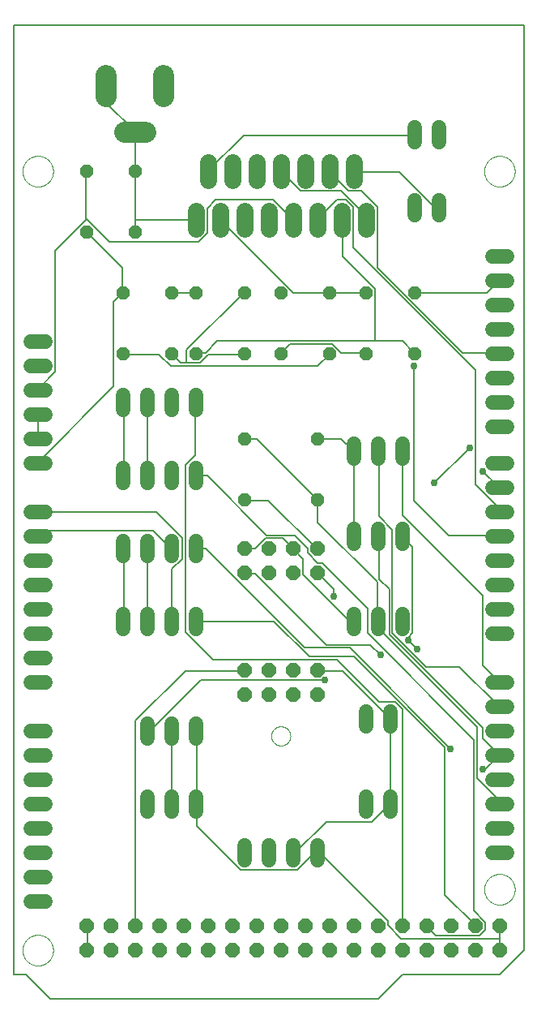
<source format=gtl>
G75*
%MOIN*%
%OFA0B0*%
%FSLAX25Y25*%
%IPPOS*%
%LPD*%
%AMOC8*
5,1,8,0,0,1.08239X$1,22.5*
%
%ADD10C,0.00600*%
%ADD11OC8,0.05200*%
%ADD12C,0.07087*%
%ADD13C,0.06000*%
%ADD14OC8,0.06000*%
%ADD15C,0.00000*%
%ADD16C,0.08600*%
%ADD17C,0.02978*%
D10*
X0005000Y0011300D02*
X0005000Y0401300D01*
X0215000Y0401300D01*
X0215000Y0021300D01*
X0205000Y0011300D01*
X0165000Y0011300D01*
X0155000Y0001300D01*
X0020000Y0001300D01*
X0010000Y0011300D01*
X0005000Y0011300D01*
X0035000Y0021300D02*
X0035400Y0021300D01*
X0035400Y0030900D01*
X0035000Y0031300D01*
X0055000Y0031300D02*
X0055200Y0031500D01*
X0055200Y0115500D01*
X0075600Y0135900D01*
X0099600Y0135900D01*
X0100000Y0136300D01*
X0112200Y0156300D02*
X0126600Y0141900D01*
X0145200Y0141900D01*
X0182400Y0104700D01*
X0182400Y0044100D01*
X0195000Y0031500D01*
X0195000Y0031300D01*
X0196800Y0027300D02*
X0178800Y0027300D01*
X0175200Y0030900D01*
X0175000Y0031300D01*
X0165000Y0031300D02*
X0165000Y0120300D01*
X0162000Y0123300D01*
X0155400Y0123300D01*
X0138000Y0140700D01*
X0087000Y0140700D01*
X0075600Y0152100D01*
X0075600Y0220500D01*
X0079800Y0224700D01*
X0079800Y0246300D01*
X0080000Y0246300D01*
X0081600Y0262500D02*
X0076200Y0262500D01*
X0076200Y0267900D01*
X0099600Y0291300D01*
X0100000Y0291300D01*
X0088800Y0271500D02*
X0153600Y0271500D01*
X0153600Y0293100D01*
X0140400Y0306300D01*
X0140400Y0321300D01*
X0140000Y0321300D01*
X0144600Y0326700D02*
X0141600Y0329700D01*
X0138000Y0329700D01*
X0129600Y0321300D01*
X0130000Y0321300D01*
X0123000Y0333300D02*
X0115000Y0341300D01*
X0123000Y0333300D02*
X0139800Y0333300D01*
X0150000Y0323100D01*
X0150000Y0321300D01*
X0154800Y0326700D02*
X0148200Y0333300D01*
X0142800Y0333300D01*
X0135000Y0341100D01*
X0135000Y0341300D01*
X0144600Y0326700D02*
X0144600Y0309900D01*
X0195000Y0259500D01*
X0195000Y0212700D01*
X0204600Y0203100D01*
X0204600Y0201300D01*
X0205000Y0201300D01*
X0204600Y0191700D02*
X0205000Y0191300D01*
X0204600Y0191700D02*
X0184200Y0191700D01*
X0169800Y0206100D01*
X0169800Y0261300D01*
X0170000Y0266300D02*
X0169800Y0266700D01*
X0165000Y0271500D01*
X0153600Y0271500D01*
X0150000Y0266700D02*
X0150000Y0266300D01*
X0150000Y0266700D02*
X0139800Y0266700D01*
X0136200Y0270300D01*
X0118800Y0270300D01*
X0115200Y0266700D01*
X0115000Y0266300D01*
X0120000Y0291300D02*
X0135000Y0291300D01*
X0150000Y0291300D01*
X0154800Y0301500D02*
X0154800Y0326700D01*
X0163800Y0341100D02*
X0145200Y0341100D01*
X0145000Y0341300D01*
X0163800Y0341100D02*
X0178200Y0326700D01*
X0180000Y0326700D01*
X0180000Y0326300D01*
X0169800Y0356100D02*
X0170000Y0356300D01*
X0169800Y0356100D02*
X0099600Y0356100D01*
X0085200Y0341700D01*
X0085000Y0341300D01*
X0088200Y0329700D02*
X0084600Y0326100D01*
X0084600Y0315900D01*
X0081000Y0312300D01*
X0044400Y0312300D01*
X0034800Y0321900D01*
X0034800Y0341100D01*
X0035000Y0341300D01*
X0034800Y0321900D02*
X0034800Y0321300D01*
X0022200Y0308700D01*
X0022200Y0258900D01*
X0015000Y0251700D01*
X0015000Y0251300D01*
X0015000Y0241300D02*
X0015000Y0231300D01*
X0015000Y0221700D02*
X0015000Y0221300D01*
X0015000Y0221700D02*
X0046200Y0252900D01*
X0046200Y0287700D01*
X0049800Y0291300D01*
X0050000Y0291300D01*
X0049800Y0291300D02*
X0049800Y0301500D01*
X0035000Y0316300D01*
X0055000Y0316300D02*
X0055200Y0316500D01*
X0055200Y0321300D01*
X0080000Y0321300D01*
X0088200Y0329700D02*
X0111600Y0329700D01*
X0120000Y0321300D01*
X0120000Y0291300D02*
X0090000Y0321300D01*
X0080000Y0291300D02*
X0070000Y0291300D01*
X0070000Y0266300D02*
X0073800Y0262500D01*
X0076200Y0262500D01*
X0080000Y0266300D02*
X0080400Y0266700D01*
X0084000Y0266700D01*
X0088800Y0271500D01*
X0085200Y0266100D02*
X0081600Y0262500D01*
X0085200Y0266100D02*
X0099600Y0266100D01*
X0100000Y0266300D01*
X0100000Y0231300D02*
X0105000Y0231300D01*
X0130000Y0206300D01*
X0130200Y0206100D01*
X0130200Y0197100D01*
X0154800Y0172500D01*
X0154800Y0156300D01*
X0155000Y0156300D01*
X0155400Y0156300D01*
X0155400Y0153300D01*
X0195600Y0113100D01*
X0195600Y0092100D01*
X0204600Y0083100D01*
X0204600Y0081300D01*
X0205000Y0081300D01*
X0199200Y0095700D02*
X0198000Y0095700D01*
X0199200Y0095700D02*
X0204600Y0101100D01*
X0205000Y0101300D01*
X0198000Y0108300D01*
X0198000Y0112500D01*
X0159600Y0150900D01*
X0159600Y0169500D01*
X0155400Y0173700D01*
X0155400Y0191100D01*
X0155000Y0191300D01*
X0160800Y0194100D02*
X0155400Y0199500D01*
X0155400Y0225900D01*
X0155000Y0226300D01*
X0145200Y0225900D02*
X0145000Y0226300D01*
X0144600Y0226500D01*
X0139800Y0231300D01*
X0130000Y0231300D01*
X0145200Y0225900D02*
X0145200Y0191700D01*
X0145000Y0191300D01*
X0132000Y0180300D02*
X0150600Y0161700D01*
X0150600Y0151500D01*
X0194400Y0107700D01*
X0194400Y0037500D01*
X0199200Y0032700D01*
X0199200Y0029700D01*
X0196800Y0027300D01*
X0205200Y0026100D02*
X0205200Y0021300D01*
X0205000Y0021300D01*
X0205200Y0026100D02*
X0164400Y0026100D01*
X0159000Y0031500D01*
X0159000Y0033300D01*
X0131400Y0060900D01*
X0130200Y0060900D01*
X0130000Y0061300D01*
X0129600Y0060900D01*
X0128400Y0060900D01*
X0121800Y0054300D01*
X0098400Y0054300D01*
X0080400Y0072300D01*
X0080400Y0081300D01*
X0080000Y0081300D01*
X0080400Y0081300D02*
X0080400Y0111300D01*
X0080000Y0111300D01*
X0070200Y0111300D02*
X0070000Y0111300D01*
X0070200Y0111300D02*
X0070200Y0081300D01*
X0070000Y0081300D01*
X0061200Y0111300D02*
X0060000Y0111300D01*
X0061200Y0111300D02*
X0082200Y0132300D01*
X0133200Y0132300D01*
X0130200Y0135900D02*
X0130000Y0136300D01*
X0130200Y0135900D02*
X0140400Y0135900D01*
X0160000Y0116300D01*
X0160200Y0116100D01*
X0160200Y0081300D01*
X0160000Y0081300D01*
X0159600Y0081300D01*
X0152400Y0074100D01*
X0133800Y0074100D01*
X0121200Y0061500D01*
X0120000Y0061500D01*
X0120000Y0061300D01*
X0184800Y0104100D02*
X0143400Y0145500D01*
X0124800Y0145500D01*
X0084000Y0186300D01*
X0080000Y0186300D01*
X0074400Y0190500D02*
X0074400Y0182100D01*
X0070200Y0177900D01*
X0070200Y0156300D01*
X0070000Y0156300D01*
X0080000Y0156300D02*
X0112200Y0156300D01*
X0104400Y0176100D02*
X0100200Y0176100D01*
X0100000Y0176300D01*
X0104400Y0176100D02*
X0133800Y0146700D01*
X0151800Y0146700D01*
X0156000Y0142500D01*
X0160800Y0151500D02*
X0174600Y0137700D01*
X0188400Y0137700D01*
X0204600Y0121500D01*
X0205000Y0121300D01*
X0205000Y0131300D02*
X0198000Y0138300D01*
X0198000Y0167100D01*
X0165000Y0200100D01*
X0165000Y0226300D01*
X0178200Y0213300D02*
X0192600Y0227700D01*
X0198000Y0218100D02*
X0204600Y0211500D01*
X0205000Y0211300D01*
X0205000Y0266300D02*
X0204600Y0266700D01*
X0189600Y0266700D01*
X0154800Y0301500D01*
X0170000Y0291300D02*
X0199800Y0291300D01*
X0204600Y0296100D01*
X0205000Y0296300D01*
X0160800Y0194100D02*
X0160800Y0151500D01*
X0167400Y0149700D02*
X0169200Y0151500D01*
X0169200Y0186900D01*
X0165000Y0191100D01*
X0165000Y0191300D01*
X0145000Y0156300D02*
X0143400Y0156300D01*
X0124200Y0175500D01*
X0124200Y0182100D01*
X0120000Y0186300D01*
X0115800Y0190500D01*
X0108600Y0190500D01*
X0104400Y0186300D01*
X0100000Y0186300D01*
X0109200Y0191700D02*
X0120600Y0191700D01*
X0126000Y0186300D01*
X0126000Y0184500D01*
X0130200Y0180300D01*
X0132000Y0180300D01*
X0130000Y0176300D02*
X0136800Y0169500D01*
X0136800Y0166500D01*
X0130000Y0186300D02*
X0129600Y0186300D01*
X0109800Y0206100D01*
X0100200Y0206100D01*
X0100000Y0206300D01*
X0109200Y0191700D02*
X0084600Y0216300D01*
X0080000Y0216300D01*
X0063600Y0201300D02*
X0074400Y0190500D01*
X0070000Y0186300D02*
X0069600Y0186300D01*
X0062400Y0193500D01*
X0016800Y0193500D01*
X0015000Y0191700D01*
X0015000Y0191300D01*
X0015000Y0201300D02*
X0063600Y0201300D01*
X0060000Y0186300D02*
X0060000Y0156300D01*
X0050400Y0156300D02*
X0050000Y0156300D01*
X0050400Y0156300D02*
X0050400Y0186300D01*
X0050000Y0186300D01*
X0050000Y0216300D02*
X0050400Y0216300D01*
X0050400Y0246300D01*
X0050000Y0246300D01*
X0060000Y0246300D02*
X0060000Y0216300D01*
X0069600Y0261300D02*
X0130200Y0261300D01*
X0135000Y0266100D01*
X0135000Y0266300D01*
X0167400Y0149700D02*
X0167400Y0148500D01*
X0171000Y0144900D01*
X0205000Y0031300D02*
X0205200Y0030900D01*
X0205200Y0026100D01*
X0069600Y0261300D02*
X0064800Y0266100D01*
X0050400Y0266100D01*
X0050000Y0266300D01*
X0055200Y0321300D02*
X0055200Y0341100D01*
X0055000Y0341300D01*
X0055200Y0341700D01*
X0055200Y0357300D01*
X0055000Y0357402D01*
X0054600Y0357900D01*
X0043200Y0369300D01*
X0043200Y0375900D01*
X0043189Y0376300D01*
D11*
X0035000Y0341300D03*
X0035000Y0316300D03*
X0050000Y0291300D03*
X0050000Y0266300D03*
X0070000Y0266300D03*
X0080000Y0266300D03*
X0080000Y0291300D03*
X0070000Y0291300D03*
X0055000Y0316300D03*
X0055000Y0341300D03*
X0100000Y0291300D03*
X0100000Y0266300D03*
X0115000Y0266300D03*
X0115000Y0291300D03*
X0135000Y0291300D03*
X0135000Y0266300D03*
X0150000Y0266300D03*
X0150000Y0291300D03*
X0170000Y0291300D03*
X0170000Y0266300D03*
X0130000Y0231300D03*
X0130000Y0206300D03*
X0100000Y0206300D03*
X0100000Y0231300D03*
D12*
X0100000Y0317757D02*
X0100000Y0324843D01*
X0110000Y0324843D02*
X0110000Y0317757D01*
X0120000Y0317757D02*
X0120000Y0324843D01*
X0115000Y0337757D02*
X0115000Y0344843D01*
X0125000Y0344843D02*
X0125000Y0337757D01*
X0130000Y0324843D02*
X0130000Y0317757D01*
X0140000Y0317757D02*
X0140000Y0324843D01*
X0135000Y0337757D02*
X0135000Y0344843D01*
X0145000Y0344843D02*
X0145000Y0337757D01*
X0150000Y0324843D02*
X0150000Y0317757D01*
X0105000Y0337757D02*
X0105000Y0344843D01*
X0095000Y0344843D02*
X0095000Y0337757D01*
X0085000Y0337757D02*
X0085000Y0344843D01*
X0080000Y0324843D02*
X0080000Y0317757D01*
X0090000Y0317757D02*
X0090000Y0324843D01*
D13*
X0080000Y0249300D02*
X0080000Y0243300D01*
X0070000Y0243300D02*
X0070000Y0249300D01*
X0060000Y0249300D02*
X0060000Y0243300D01*
X0050000Y0243300D02*
X0050000Y0249300D01*
X0050000Y0219300D02*
X0050000Y0213300D01*
X0060000Y0213300D02*
X0060000Y0219300D01*
X0070000Y0219300D02*
X0070000Y0213300D01*
X0080000Y0213300D02*
X0080000Y0219300D01*
X0080000Y0189300D02*
X0080000Y0183300D01*
X0070000Y0183300D02*
X0070000Y0189300D01*
X0060000Y0189300D02*
X0060000Y0183300D01*
X0050000Y0183300D02*
X0050000Y0189300D01*
X0050000Y0159300D02*
X0050000Y0153300D01*
X0060000Y0153300D02*
X0060000Y0159300D01*
X0070000Y0159300D02*
X0070000Y0153300D01*
X0080000Y0153300D02*
X0080000Y0159300D01*
X0080000Y0114300D02*
X0080000Y0108300D01*
X0070000Y0108300D02*
X0070000Y0114300D01*
X0060000Y0114300D02*
X0060000Y0108300D01*
X0060000Y0084300D02*
X0060000Y0078300D01*
X0070000Y0078300D02*
X0070000Y0084300D01*
X0080000Y0084300D02*
X0080000Y0078300D01*
X0100000Y0064300D02*
X0100000Y0058300D01*
X0110000Y0058300D02*
X0110000Y0064300D01*
X0120000Y0064300D02*
X0120000Y0058300D01*
X0130000Y0058300D02*
X0130000Y0064300D01*
X0150000Y0078300D02*
X0150000Y0084300D01*
X0160000Y0084300D02*
X0160000Y0078300D01*
X0160000Y0113300D02*
X0160000Y0119300D01*
X0150000Y0119300D02*
X0150000Y0113300D01*
X0145000Y0153300D02*
X0145000Y0159300D01*
X0155000Y0159300D02*
X0155000Y0153300D01*
X0165000Y0153300D02*
X0165000Y0159300D01*
X0165000Y0188300D02*
X0165000Y0194300D01*
X0155000Y0194300D02*
X0155000Y0188300D01*
X0145000Y0188300D02*
X0145000Y0194300D01*
X0145000Y0223300D02*
X0145000Y0229300D01*
X0155000Y0229300D02*
X0155000Y0223300D01*
X0165000Y0223300D02*
X0165000Y0229300D01*
X0202000Y0236300D02*
X0208000Y0236300D01*
X0208000Y0246300D02*
X0202000Y0246300D01*
X0202000Y0256300D02*
X0208000Y0256300D01*
X0208000Y0266300D02*
X0202000Y0266300D01*
X0202000Y0276300D02*
X0208000Y0276300D01*
X0208000Y0286300D02*
X0202000Y0286300D01*
X0202000Y0296300D02*
X0208000Y0296300D01*
X0208000Y0306300D02*
X0202000Y0306300D01*
X0180000Y0323300D02*
X0180000Y0329300D01*
X0170000Y0329300D02*
X0170000Y0323300D01*
X0170000Y0353300D02*
X0170000Y0359300D01*
X0180000Y0359300D02*
X0180000Y0353300D01*
X0202000Y0221300D02*
X0208000Y0221300D01*
X0208000Y0211300D02*
X0202000Y0211300D01*
X0202000Y0201300D02*
X0208000Y0201300D01*
X0208000Y0191300D02*
X0202000Y0191300D01*
X0202000Y0181300D02*
X0208000Y0181300D01*
X0208000Y0171300D02*
X0202000Y0171300D01*
X0202000Y0161300D02*
X0208000Y0161300D01*
X0208000Y0151300D02*
X0202000Y0151300D01*
X0202000Y0131300D02*
X0208000Y0131300D01*
X0208000Y0121300D02*
X0202000Y0121300D01*
X0202000Y0111300D02*
X0208000Y0111300D01*
X0208000Y0101300D02*
X0202000Y0101300D01*
X0202000Y0091300D02*
X0208000Y0091300D01*
X0208000Y0081300D02*
X0202000Y0081300D01*
X0202000Y0071300D02*
X0208000Y0071300D01*
X0208000Y0061300D02*
X0202000Y0061300D01*
X0018000Y0061300D02*
X0012000Y0061300D01*
X0012000Y0071300D02*
X0018000Y0071300D01*
X0018000Y0081300D02*
X0012000Y0081300D01*
X0012000Y0091300D02*
X0018000Y0091300D01*
X0018000Y0101300D02*
X0012000Y0101300D01*
X0012000Y0111300D02*
X0018000Y0111300D01*
X0018000Y0131300D02*
X0012000Y0131300D01*
X0012000Y0141300D02*
X0018000Y0141300D01*
X0018000Y0151300D02*
X0012000Y0151300D01*
X0012000Y0161300D02*
X0018000Y0161300D01*
X0018000Y0171300D02*
X0012000Y0171300D01*
X0012000Y0181300D02*
X0018000Y0181300D01*
X0018000Y0191300D02*
X0012000Y0191300D01*
X0012000Y0201300D02*
X0018000Y0201300D01*
X0018000Y0221300D02*
X0012000Y0221300D01*
X0012000Y0231300D02*
X0018000Y0231300D01*
X0018000Y0241300D02*
X0012000Y0241300D01*
X0012000Y0251300D02*
X0018000Y0251300D01*
X0018000Y0261300D02*
X0012000Y0261300D01*
X0012000Y0271300D02*
X0018000Y0271300D01*
X0018000Y0051300D02*
X0012000Y0051300D01*
X0012000Y0041300D02*
X0018000Y0041300D01*
D14*
X0035000Y0031300D03*
X0035000Y0021300D03*
X0045000Y0021300D03*
X0045000Y0031300D03*
X0055000Y0031300D03*
X0055000Y0021300D03*
X0065000Y0021300D03*
X0065000Y0031300D03*
X0075000Y0031300D03*
X0075000Y0021300D03*
X0085000Y0021300D03*
X0085000Y0031300D03*
X0095000Y0031300D03*
X0095000Y0021300D03*
X0105000Y0021300D03*
X0105000Y0031300D03*
X0115000Y0031300D03*
X0115000Y0021300D03*
X0125000Y0021300D03*
X0125000Y0031300D03*
X0135000Y0031300D03*
X0135000Y0021300D03*
X0145000Y0021300D03*
X0145000Y0031300D03*
X0155000Y0031300D03*
X0155000Y0021300D03*
X0165000Y0021300D03*
X0165000Y0031300D03*
X0175000Y0031300D03*
X0175000Y0021300D03*
X0185000Y0021300D03*
X0185000Y0031300D03*
X0195000Y0031300D03*
X0195000Y0021300D03*
X0205000Y0021300D03*
X0205000Y0031300D03*
X0130000Y0126300D03*
X0130000Y0136300D03*
X0120000Y0136300D03*
X0120000Y0126300D03*
X0110000Y0126300D03*
X0110000Y0136300D03*
X0100000Y0136300D03*
X0100000Y0126300D03*
X0100000Y0176300D03*
X0100000Y0186300D03*
X0110000Y0186300D03*
X0110000Y0176300D03*
X0120000Y0176300D03*
X0120000Y0186300D03*
X0130000Y0186300D03*
X0130000Y0176300D03*
D15*
X0111063Y0109300D02*
X0111065Y0109425D01*
X0111071Y0109550D01*
X0111081Y0109674D01*
X0111095Y0109798D01*
X0111112Y0109922D01*
X0111134Y0110045D01*
X0111160Y0110167D01*
X0111189Y0110289D01*
X0111222Y0110409D01*
X0111260Y0110528D01*
X0111300Y0110647D01*
X0111345Y0110763D01*
X0111393Y0110878D01*
X0111445Y0110992D01*
X0111501Y0111104D01*
X0111560Y0111214D01*
X0111622Y0111322D01*
X0111688Y0111429D01*
X0111757Y0111533D01*
X0111830Y0111634D01*
X0111905Y0111734D01*
X0111984Y0111831D01*
X0112066Y0111925D01*
X0112151Y0112017D01*
X0112238Y0112106D01*
X0112329Y0112192D01*
X0112422Y0112275D01*
X0112518Y0112356D01*
X0112616Y0112433D01*
X0112716Y0112507D01*
X0112819Y0112578D01*
X0112924Y0112645D01*
X0113032Y0112710D01*
X0113141Y0112770D01*
X0113252Y0112828D01*
X0113365Y0112881D01*
X0113479Y0112931D01*
X0113595Y0112978D01*
X0113712Y0113020D01*
X0113831Y0113059D01*
X0113951Y0113095D01*
X0114072Y0113126D01*
X0114194Y0113154D01*
X0114316Y0113177D01*
X0114440Y0113197D01*
X0114564Y0113213D01*
X0114688Y0113225D01*
X0114813Y0113233D01*
X0114938Y0113237D01*
X0115062Y0113237D01*
X0115187Y0113233D01*
X0115312Y0113225D01*
X0115436Y0113213D01*
X0115560Y0113197D01*
X0115684Y0113177D01*
X0115806Y0113154D01*
X0115928Y0113126D01*
X0116049Y0113095D01*
X0116169Y0113059D01*
X0116288Y0113020D01*
X0116405Y0112978D01*
X0116521Y0112931D01*
X0116635Y0112881D01*
X0116748Y0112828D01*
X0116859Y0112770D01*
X0116969Y0112710D01*
X0117076Y0112645D01*
X0117181Y0112578D01*
X0117284Y0112507D01*
X0117384Y0112433D01*
X0117482Y0112356D01*
X0117578Y0112275D01*
X0117671Y0112192D01*
X0117762Y0112106D01*
X0117849Y0112017D01*
X0117934Y0111925D01*
X0118016Y0111831D01*
X0118095Y0111734D01*
X0118170Y0111634D01*
X0118243Y0111533D01*
X0118312Y0111429D01*
X0118378Y0111322D01*
X0118440Y0111214D01*
X0118499Y0111104D01*
X0118555Y0110992D01*
X0118607Y0110878D01*
X0118655Y0110763D01*
X0118700Y0110647D01*
X0118740Y0110528D01*
X0118778Y0110409D01*
X0118811Y0110289D01*
X0118840Y0110167D01*
X0118866Y0110045D01*
X0118888Y0109922D01*
X0118905Y0109798D01*
X0118919Y0109674D01*
X0118929Y0109550D01*
X0118935Y0109425D01*
X0118937Y0109300D01*
X0118935Y0109175D01*
X0118929Y0109050D01*
X0118919Y0108926D01*
X0118905Y0108802D01*
X0118888Y0108678D01*
X0118866Y0108555D01*
X0118840Y0108433D01*
X0118811Y0108311D01*
X0118778Y0108191D01*
X0118740Y0108072D01*
X0118700Y0107953D01*
X0118655Y0107837D01*
X0118607Y0107722D01*
X0118555Y0107608D01*
X0118499Y0107496D01*
X0118440Y0107386D01*
X0118378Y0107278D01*
X0118312Y0107171D01*
X0118243Y0107067D01*
X0118170Y0106966D01*
X0118095Y0106866D01*
X0118016Y0106769D01*
X0117934Y0106675D01*
X0117849Y0106583D01*
X0117762Y0106494D01*
X0117671Y0106408D01*
X0117578Y0106325D01*
X0117482Y0106244D01*
X0117384Y0106167D01*
X0117284Y0106093D01*
X0117181Y0106022D01*
X0117076Y0105955D01*
X0116968Y0105890D01*
X0116859Y0105830D01*
X0116748Y0105772D01*
X0116635Y0105719D01*
X0116521Y0105669D01*
X0116405Y0105622D01*
X0116288Y0105580D01*
X0116169Y0105541D01*
X0116049Y0105505D01*
X0115928Y0105474D01*
X0115806Y0105446D01*
X0115684Y0105423D01*
X0115560Y0105403D01*
X0115436Y0105387D01*
X0115312Y0105375D01*
X0115187Y0105367D01*
X0115062Y0105363D01*
X0114938Y0105363D01*
X0114813Y0105367D01*
X0114688Y0105375D01*
X0114564Y0105387D01*
X0114440Y0105403D01*
X0114316Y0105423D01*
X0114194Y0105446D01*
X0114072Y0105474D01*
X0113951Y0105505D01*
X0113831Y0105541D01*
X0113712Y0105580D01*
X0113595Y0105622D01*
X0113479Y0105669D01*
X0113365Y0105719D01*
X0113252Y0105772D01*
X0113141Y0105830D01*
X0113031Y0105890D01*
X0112924Y0105955D01*
X0112819Y0106022D01*
X0112716Y0106093D01*
X0112616Y0106167D01*
X0112518Y0106244D01*
X0112422Y0106325D01*
X0112329Y0106408D01*
X0112238Y0106494D01*
X0112151Y0106583D01*
X0112066Y0106675D01*
X0111984Y0106769D01*
X0111905Y0106866D01*
X0111830Y0106966D01*
X0111757Y0107067D01*
X0111688Y0107171D01*
X0111622Y0107278D01*
X0111560Y0107386D01*
X0111501Y0107496D01*
X0111445Y0107608D01*
X0111393Y0107722D01*
X0111345Y0107837D01*
X0111300Y0107953D01*
X0111260Y0108072D01*
X0111222Y0108191D01*
X0111189Y0108311D01*
X0111160Y0108433D01*
X0111134Y0108555D01*
X0111112Y0108678D01*
X0111095Y0108802D01*
X0111081Y0108926D01*
X0111071Y0109050D01*
X0111065Y0109175D01*
X0111063Y0109300D01*
X0198701Y0046300D02*
X0198703Y0046458D01*
X0198709Y0046616D01*
X0198719Y0046774D01*
X0198733Y0046932D01*
X0198751Y0047089D01*
X0198772Y0047246D01*
X0198798Y0047402D01*
X0198828Y0047558D01*
X0198861Y0047713D01*
X0198899Y0047866D01*
X0198940Y0048019D01*
X0198985Y0048171D01*
X0199034Y0048322D01*
X0199087Y0048471D01*
X0199143Y0048619D01*
X0199203Y0048765D01*
X0199267Y0048910D01*
X0199335Y0049053D01*
X0199406Y0049195D01*
X0199480Y0049335D01*
X0199558Y0049472D01*
X0199640Y0049608D01*
X0199724Y0049742D01*
X0199813Y0049873D01*
X0199904Y0050002D01*
X0199999Y0050129D01*
X0200096Y0050254D01*
X0200197Y0050376D01*
X0200301Y0050495D01*
X0200408Y0050612D01*
X0200518Y0050726D01*
X0200631Y0050837D01*
X0200746Y0050946D01*
X0200864Y0051051D01*
X0200985Y0051153D01*
X0201108Y0051253D01*
X0201234Y0051349D01*
X0201362Y0051442D01*
X0201492Y0051532D01*
X0201625Y0051618D01*
X0201760Y0051702D01*
X0201896Y0051781D01*
X0202035Y0051858D01*
X0202176Y0051930D01*
X0202318Y0052000D01*
X0202462Y0052065D01*
X0202608Y0052127D01*
X0202755Y0052185D01*
X0202904Y0052240D01*
X0203054Y0052291D01*
X0203205Y0052338D01*
X0203357Y0052381D01*
X0203510Y0052420D01*
X0203665Y0052456D01*
X0203820Y0052487D01*
X0203976Y0052515D01*
X0204132Y0052539D01*
X0204289Y0052559D01*
X0204447Y0052575D01*
X0204604Y0052587D01*
X0204763Y0052595D01*
X0204921Y0052599D01*
X0205079Y0052599D01*
X0205237Y0052595D01*
X0205396Y0052587D01*
X0205553Y0052575D01*
X0205711Y0052559D01*
X0205868Y0052539D01*
X0206024Y0052515D01*
X0206180Y0052487D01*
X0206335Y0052456D01*
X0206490Y0052420D01*
X0206643Y0052381D01*
X0206795Y0052338D01*
X0206946Y0052291D01*
X0207096Y0052240D01*
X0207245Y0052185D01*
X0207392Y0052127D01*
X0207538Y0052065D01*
X0207682Y0052000D01*
X0207824Y0051930D01*
X0207965Y0051858D01*
X0208104Y0051781D01*
X0208240Y0051702D01*
X0208375Y0051618D01*
X0208508Y0051532D01*
X0208638Y0051442D01*
X0208766Y0051349D01*
X0208892Y0051253D01*
X0209015Y0051153D01*
X0209136Y0051051D01*
X0209254Y0050946D01*
X0209369Y0050837D01*
X0209482Y0050726D01*
X0209592Y0050612D01*
X0209699Y0050495D01*
X0209803Y0050376D01*
X0209904Y0050254D01*
X0210001Y0050129D01*
X0210096Y0050002D01*
X0210187Y0049873D01*
X0210276Y0049742D01*
X0210360Y0049608D01*
X0210442Y0049472D01*
X0210520Y0049335D01*
X0210594Y0049195D01*
X0210665Y0049053D01*
X0210733Y0048910D01*
X0210797Y0048765D01*
X0210857Y0048619D01*
X0210913Y0048471D01*
X0210966Y0048322D01*
X0211015Y0048171D01*
X0211060Y0048019D01*
X0211101Y0047866D01*
X0211139Y0047713D01*
X0211172Y0047558D01*
X0211202Y0047402D01*
X0211228Y0047246D01*
X0211249Y0047089D01*
X0211267Y0046932D01*
X0211281Y0046774D01*
X0211291Y0046616D01*
X0211297Y0046458D01*
X0211299Y0046300D01*
X0211297Y0046142D01*
X0211291Y0045984D01*
X0211281Y0045826D01*
X0211267Y0045668D01*
X0211249Y0045511D01*
X0211228Y0045354D01*
X0211202Y0045198D01*
X0211172Y0045042D01*
X0211139Y0044887D01*
X0211101Y0044734D01*
X0211060Y0044581D01*
X0211015Y0044429D01*
X0210966Y0044278D01*
X0210913Y0044129D01*
X0210857Y0043981D01*
X0210797Y0043835D01*
X0210733Y0043690D01*
X0210665Y0043547D01*
X0210594Y0043405D01*
X0210520Y0043265D01*
X0210442Y0043128D01*
X0210360Y0042992D01*
X0210276Y0042858D01*
X0210187Y0042727D01*
X0210096Y0042598D01*
X0210001Y0042471D01*
X0209904Y0042346D01*
X0209803Y0042224D01*
X0209699Y0042105D01*
X0209592Y0041988D01*
X0209482Y0041874D01*
X0209369Y0041763D01*
X0209254Y0041654D01*
X0209136Y0041549D01*
X0209015Y0041447D01*
X0208892Y0041347D01*
X0208766Y0041251D01*
X0208638Y0041158D01*
X0208508Y0041068D01*
X0208375Y0040982D01*
X0208240Y0040898D01*
X0208104Y0040819D01*
X0207965Y0040742D01*
X0207824Y0040670D01*
X0207682Y0040600D01*
X0207538Y0040535D01*
X0207392Y0040473D01*
X0207245Y0040415D01*
X0207096Y0040360D01*
X0206946Y0040309D01*
X0206795Y0040262D01*
X0206643Y0040219D01*
X0206490Y0040180D01*
X0206335Y0040144D01*
X0206180Y0040113D01*
X0206024Y0040085D01*
X0205868Y0040061D01*
X0205711Y0040041D01*
X0205553Y0040025D01*
X0205396Y0040013D01*
X0205237Y0040005D01*
X0205079Y0040001D01*
X0204921Y0040001D01*
X0204763Y0040005D01*
X0204604Y0040013D01*
X0204447Y0040025D01*
X0204289Y0040041D01*
X0204132Y0040061D01*
X0203976Y0040085D01*
X0203820Y0040113D01*
X0203665Y0040144D01*
X0203510Y0040180D01*
X0203357Y0040219D01*
X0203205Y0040262D01*
X0203054Y0040309D01*
X0202904Y0040360D01*
X0202755Y0040415D01*
X0202608Y0040473D01*
X0202462Y0040535D01*
X0202318Y0040600D01*
X0202176Y0040670D01*
X0202035Y0040742D01*
X0201896Y0040819D01*
X0201760Y0040898D01*
X0201625Y0040982D01*
X0201492Y0041068D01*
X0201362Y0041158D01*
X0201234Y0041251D01*
X0201108Y0041347D01*
X0200985Y0041447D01*
X0200864Y0041549D01*
X0200746Y0041654D01*
X0200631Y0041763D01*
X0200518Y0041874D01*
X0200408Y0041988D01*
X0200301Y0042105D01*
X0200197Y0042224D01*
X0200096Y0042346D01*
X0199999Y0042471D01*
X0199904Y0042598D01*
X0199813Y0042727D01*
X0199724Y0042858D01*
X0199640Y0042992D01*
X0199558Y0043128D01*
X0199480Y0043265D01*
X0199406Y0043405D01*
X0199335Y0043547D01*
X0199267Y0043690D01*
X0199203Y0043835D01*
X0199143Y0043981D01*
X0199087Y0044129D01*
X0199034Y0044278D01*
X0198985Y0044429D01*
X0198940Y0044581D01*
X0198899Y0044734D01*
X0198861Y0044887D01*
X0198828Y0045042D01*
X0198798Y0045198D01*
X0198772Y0045354D01*
X0198751Y0045511D01*
X0198733Y0045668D01*
X0198719Y0045826D01*
X0198709Y0045984D01*
X0198703Y0046142D01*
X0198701Y0046300D01*
X0198701Y0341300D02*
X0198703Y0341458D01*
X0198709Y0341616D01*
X0198719Y0341774D01*
X0198733Y0341932D01*
X0198751Y0342089D01*
X0198772Y0342246D01*
X0198798Y0342402D01*
X0198828Y0342558D01*
X0198861Y0342713D01*
X0198899Y0342866D01*
X0198940Y0343019D01*
X0198985Y0343171D01*
X0199034Y0343322D01*
X0199087Y0343471D01*
X0199143Y0343619D01*
X0199203Y0343765D01*
X0199267Y0343910D01*
X0199335Y0344053D01*
X0199406Y0344195D01*
X0199480Y0344335D01*
X0199558Y0344472D01*
X0199640Y0344608D01*
X0199724Y0344742D01*
X0199813Y0344873D01*
X0199904Y0345002D01*
X0199999Y0345129D01*
X0200096Y0345254D01*
X0200197Y0345376D01*
X0200301Y0345495D01*
X0200408Y0345612D01*
X0200518Y0345726D01*
X0200631Y0345837D01*
X0200746Y0345946D01*
X0200864Y0346051D01*
X0200985Y0346153D01*
X0201108Y0346253D01*
X0201234Y0346349D01*
X0201362Y0346442D01*
X0201492Y0346532D01*
X0201625Y0346618D01*
X0201760Y0346702D01*
X0201896Y0346781D01*
X0202035Y0346858D01*
X0202176Y0346930D01*
X0202318Y0347000D01*
X0202462Y0347065D01*
X0202608Y0347127D01*
X0202755Y0347185D01*
X0202904Y0347240D01*
X0203054Y0347291D01*
X0203205Y0347338D01*
X0203357Y0347381D01*
X0203510Y0347420D01*
X0203665Y0347456D01*
X0203820Y0347487D01*
X0203976Y0347515D01*
X0204132Y0347539D01*
X0204289Y0347559D01*
X0204447Y0347575D01*
X0204604Y0347587D01*
X0204763Y0347595D01*
X0204921Y0347599D01*
X0205079Y0347599D01*
X0205237Y0347595D01*
X0205396Y0347587D01*
X0205553Y0347575D01*
X0205711Y0347559D01*
X0205868Y0347539D01*
X0206024Y0347515D01*
X0206180Y0347487D01*
X0206335Y0347456D01*
X0206490Y0347420D01*
X0206643Y0347381D01*
X0206795Y0347338D01*
X0206946Y0347291D01*
X0207096Y0347240D01*
X0207245Y0347185D01*
X0207392Y0347127D01*
X0207538Y0347065D01*
X0207682Y0347000D01*
X0207824Y0346930D01*
X0207965Y0346858D01*
X0208104Y0346781D01*
X0208240Y0346702D01*
X0208375Y0346618D01*
X0208508Y0346532D01*
X0208638Y0346442D01*
X0208766Y0346349D01*
X0208892Y0346253D01*
X0209015Y0346153D01*
X0209136Y0346051D01*
X0209254Y0345946D01*
X0209369Y0345837D01*
X0209482Y0345726D01*
X0209592Y0345612D01*
X0209699Y0345495D01*
X0209803Y0345376D01*
X0209904Y0345254D01*
X0210001Y0345129D01*
X0210096Y0345002D01*
X0210187Y0344873D01*
X0210276Y0344742D01*
X0210360Y0344608D01*
X0210442Y0344472D01*
X0210520Y0344335D01*
X0210594Y0344195D01*
X0210665Y0344053D01*
X0210733Y0343910D01*
X0210797Y0343765D01*
X0210857Y0343619D01*
X0210913Y0343471D01*
X0210966Y0343322D01*
X0211015Y0343171D01*
X0211060Y0343019D01*
X0211101Y0342866D01*
X0211139Y0342713D01*
X0211172Y0342558D01*
X0211202Y0342402D01*
X0211228Y0342246D01*
X0211249Y0342089D01*
X0211267Y0341932D01*
X0211281Y0341774D01*
X0211291Y0341616D01*
X0211297Y0341458D01*
X0211299Y0341300D01*
X0211297Y0341142D01*
X0211291Y0340984D01*
X0211281Y0340826D01*
X0211267Y0340668D01*
X0211249Y0340511D01*
X0211228Y0340354D01*
X0211202Y0340198D01*
X0211172Y0340042D01*
X0211139Y0339887D01*
X0211101Y0339734D01*
X0211060Y0339581D01*
X0211015Y0339429D01*
X0210966Y0339278D01*
X0210913Y0339129D01*
X0210857Y0338981D01*
X0210797Y0338835D01*
X0210733Y0338690D01*
X0210665Y0338547D01*
X0210594Y0338405D01*
X0210520Y0338265D01*
X0210442Y0338128D01*
X0210360Y0337992D01*
X0210276Y0337858D01*
X0210187Y0337727D01*
X0210096Y0337598D01*
X0210001Y0337471D01*
X0209904Y0337346D01*
X0209803Y0337224D01*
X0209699Y0337105D01*
X0209592Y0336988D01*
X0209482Y0336874D01*
X0209369Y0336763D01*
X0209254Y0336654D01*
X0209136Y0336549D01*
X0209015Y0336447D01*
X0208892Y0336347D01*
X0208766Y0336251D01*
X0208638Y0336158D01*
X0208508Y0336068D01*
X0208375Y0335982D01*
X0208240Y0335898D01*
X0208104Y0335819D01*
X0207965Y0335742D01*
X0207824Y0335670D01*
X0207682Y0335600D01*
X0207538Y0335535D01*
X0207392Y0335473D01*
X0207245Y0335415D01*
X0207096Y0335360D01*
X0206946Y0335309D01*
X0206795Y0335262D01*
X0206643Y0335219D01*
X0206490Y0335180D01*
X0206335Y0335144D01*
X0206180Y0335113D01*
X0206024Y0335085D01*
X0205868Y0335061D01*
X0205711Y0335041D01*
X0205553Y0335025D01*
X0205396Y0335013D01*
X0205237Y0335005D01*
X0205079Y0335001D01*
X0204921Y0335001D01*
X0204763Y0335005D01*
X0204604Y0335013D01*
X0204447Y0335025D01*
X0204289Y0335041D01*
X0204132Y0335061D01*
X0203976Y0335085D01*
X0203820Y0335113D01*
X0203665Y0335144D01*
X0203510Y0335180D01*
X0203357Y0335219D01*
X0203205Y0335262D01*
X0203054Y0335309D01*
X0202904Y0335360D01*
X0202755Y0335415D01*
X0202608Y0335473D01*
X0202462Y0335535D01*
X0202318Y0335600D01*
X0202176Y0335670D01*
X0202035Y0335742D01*
X0201896Y0335819D01*
X0201760Y0335898D01*
X0201625Y0335982D01*
X0201492Y0336068D01*
X0201362Y0336158D01*
X0201234Y0336251D01*
X0201108Y0336347D01*
X0200985Y0336447D01*
X0200864Y0336549D01*
X0200746Y0336654D01*
X0200631Y0336763D01*
X0200518Y0336874D01*
X0200408Y0336988D01*
X0200301Y0337105D01*
X0200197Y0337224D01*
X0200096Y0337346D01*
X0199999Y0337471D01*
X0199904Y0337598D01*
X0199813Y0337727D01*
X0199724Y0337858D01*
X0199640Y0337992D01*
X0199558Y0338128D01*
X0199480Y0338265D01*
X0199406Y0338405D01*
X0199335Y0338547D01*
X0199267Y0338690D01*
X0199203Y0338835D01*
X0199143Y0338981D01*
X0199087Y0339129D01*
X0199034Y0339278D01*
X0198985Y0339429D01*
X0198940Y0339581D01*
X0198899Y0339734D01*
X0198861Y0339887D01*
X0198828Y0340042D01*
X0198798Y0340198D01*
X0198772Y0340354D01*
X0198751Y0340511D01*
X0198733Y0340668D01*
X0198719Y0340826D01*
X0198709Y0340984D01*
X0198703Y0341142D01*
X0198701Y0341300D01*
X0008701Y0341300D02*
X0008703Y0341458D01*
X0008709Y0341616D01*
X0008719Y0341774D01*
X0008733Y0341932D01*
X0008751Y0342089D01*
X0008772Y0342246D01*
X0008798Y0342402D01*
X0008828Y0342558D01*
X0008861Y0342713D01*
X0008899Y0342866D01*
X0008940Y0343019D01*
X0008985Y0343171D01*
X0009034Y0343322D01*
X0009087Y0343471D01*
X0009143Y0343619D01*
X0009203Y0343765D01*
X0009267Y0343910D01*
X0009335Y0344053D01*
X0009406Y0344195D01*
X0009480Y0344335D01*
X0009558Y0344472D01*
X0009640Y0344608D01*
X0009724Y0344742D01*
X0009813Y0344873D01*
X0009904Y0345002D01*
X0009999Y0345129D01*
X0010096Y0345254D01*
X0010197Y0345376D01*
X0010301Y0345495D01*
X0010408Y0345612D01*
X0010518Y0345726D01*
X0010631Y0345837D01*
X0010746Y0345946D01*
X0010864Y0346051D01*
X0010985Y0346153D01*
X0011108Y0346253D01*
X0011234Y0346349D01*
X0011362Y0346442D01*
X0011492Y0346532D01*
X0011625Y0346618D01*
X0011760Y0346702D01*
X0011896Y0346781D01*
X0012035Y0346858D01*
X0012176Y0346930D01*
X0012318Y0347000D01*
X0012462Y0347065D01*
X0012608Y0347127D01*
X0012755Y0347185D01*
X0012904Y0347240D01*
X0013054Y0347291D01*
X0013205Y0347338D01*
X0013357Y0347381D01*
X0013510Y0347420D01*
X0013665Y0347456D01*
X0013820Y0347487D01*
X0013976Y0347515D01*
X0014132Y0347539D01*
X0014289Y0347559D01*
X0014447Y0347575D01*
X0014604Y0347587D01*
X0014763Y0347595D01*
X0014921Y0347599D01*
X0015079Y0347599D01*
X0015237Y0347595D01*
X0015396Y0347587D01*
X0015553Y0347575D01*
X0015711Y0347559D01*
X0015868Y0347539D01*
X0016024Y0347515D01*
X0016180Y0347487D01*
X0016335Y0347456D01*
X0016490Y0347420D01*
X0016643Y0347381D01*
X0016795Y0347338D01*
X0016946Y0347291D01*
X0017096Y0347240D01*
X0017245Y0347185D01*
X0017392Y0347127D01*
X0017538Y0347065D01*
X0017682Y0347000D01*
X0017824Y0346930D01*
X0017965Y0346858D01*
X0018104Y0346781D01*
X0018240Y0346702D01*
X0018375Y0346618D01*
X0018508Y0346532D01*
X0018638Y0346442D01*
X0018766Y0346349D01*
X0018892Y0346253D01*
X0019015Y0346153D01*
X0019136Y0346051D01*
X0019254Y0345946D01*
X0019369Y0345837D01*
X0019482Y0345726D01*
X0019592Y0345612D01*
X0019699Y0345495D01*
X0019803Y0345376D01*
X0019904Y0345254D01*
X0020001Y0345129D01*
X0020096Y0345002D01*
X0020187Y0344873D01*
X0020276Y0344742D01*
X0020360Y0344608D01*
X0020442Y0344472D01*
X0020520Y0344335D01*
X0020594Y0344195D01*
X0020665Y0344053D01*
X0020733Y0343910D01*
X0020797Y0343765D01*
X0020857Y0343619D01*
X0020913Y0343471D01*
X0020966Y0343322D01*
X0021015Y0343171D01*
X0021060Y0343019D01*
X0021101Y0342866D01*
X0021139Y0342713D01*
X0021172Y0342558D01*
X0021202Y0342402D01*
X0021228Y0342246D01*
X0021249Y0342089D01*
X0021267Y0341932D01*
X0021281Y0341774D01*
X0021291Y0341616D01*
X0021297Y0341458D01*
X0021299Y0341300D01*
X0021297Y0341142D01*
X0021291Y0340984D01*
X0021281Y0340826D01*
X0021267Y0340668D01*
X0021249Y0340511D01*
X0021228Y0340354D01*
X0021202Y0340198D01*
X0021172Y0340042D01*
X0021139Y0339887D01*
X0021101Y0339734D01*
X0021060Y0339581D01*
X0021015Y0339429D01*
X0020966Y0339278D01*
X0020913Y0339129D01*
X0020857Y0338981D01*
X0020797Y0338835D01*
X0020733Y0338690D01*
X0020665Y0338547D01*
X0020594Y0338405D01*
X0020520Y0338265D01*
X0020442Y0338128D01*
X0020360Y0337992D01*
X0020276Y0337858D01*
X0020187Y0337727D01*
X0020096Y0337598D01*
X0020001Y0337471D01*
X0019904Y0337346D01*
X0019803Y0337224D01*
X0019699Y0337105D01*
X0019592Y0336988D01*
X0019482Y0336874D01*
X0019369Y0336763D01*
X0019254Y0336654D01*
X0019136Y0336549D01*
X0019015Y0336447D01*
X0018892Y0336347D01*
X0018766Y0336251D01*
X0018638Y0336158D01*
X0018508Y0336068D01*
X0018375Y0335982D01*
X0018240Y0335898D01*
X0018104Y0335819D01*
X0017965Y0335742D01*
X0017824Y0335670D01*
X0017682Y0335600D01*
X0017538Y0335535D01*
X0017392Y0335473D01*
X0017245Y0335415D01*
X0017096Y0335360D01*
X0016946Y0335309D01*
X0016795Y0335262D01*
X0016643Y0335219D01*
X0016490Y0335180D01*
X0016335Y0335144D01*
X0016180Y0335113D01*
X0016024Y0335085D01*
X0015868Y0335061D01*
X0015711Y0335041D01*
X0015553Y0335025D01*
X0015396Y0335013D01*
X0015237Y0335005D01*
X0015079Y0335001D01*
X0014921Y0335001D01*
X0014763Y0335005D01*
X0014604Y0335013D01*
X0014447Y0335025D01*
X0014289Y0335041D01*
X0014132Y0335061D01*
X0013976Y0335085D01*
X0013820Y0335113D01*
X0013665Y0335144D01*
X0013510Y0335180D01*
X0013357Y0335219D01*
X0013205Y0335262D01*
X0013054Y0335309D01*
X0012904Y0335360D01*
X0012755Y0335415D01*
X0012608Y0335473D01*
X0012462Y0335535D01*
X0012318Y0335600D01*
X0012176Y0335670D01*
X0012035Y0335742D01*
X0011896Y0335819D01*
X0011760Y0335898D01*
X0011625Y0335982D01*
X0011492Y0336068D01*
X0011362Y0336158D01*
X0011234Y0336251D01*
X0011108Y0336347D01*
X0010985Y0336447D01*
X0010864Y0336549D01*
X0010746Y0336654D01*
X0010631Y0336763D01*
X0010518Y0336874D01*
X0010408Y0336988D01*
X0010301Y0337105D01*
X0010197Y0337224D01*
X0010096Y0337346D01*
X0009999Y0337471D01*
X0009904Y0337598D01*
X0009813Y0337727D01*
X0009724Y0337858D01*
X0009640Y0337992D01*
X0009558Y0338128D01*
X0009480Y0338265D01*
X0009406Y0338405D01*
X0009335Y0338547D01*
X0009267Y0338690D01*
X0009203Y0338835D01*
X0009143Y0338981D01*
X0009087Y0339129D01*
X0009034Y0339278D01*
X0008985Y0339429D01*
X0008940Y0339581D01*
X0008899Y0339734D01*
X0008861Y0339887D01*
X0008828Y0340042D01*
X0008798Y0340198D01*
X0008772Y0340354D01*
X0008751Y0340511D01*
X0008733Y0340668D01*
X0008719Y0340826D01*
X0008709Y0340984D01*
X0008703Y0341142D01*
X0008701Y0341300D01*
X0008701Y0021300D02*
X0008703Y0021458D01*
X0008709Y0021616D01*
X0008719Y0021774D01*
X0008733Y0021932D01*
X0008751Y0022089D01*
X0008772Y0022246D01*
X0008798Y0022402D01*
X0008828Y0022558D01*
X0008861Y0022713D01*
X0008899Y0022866D01*
X0008940Y0023019D01*
X0008985Y0023171D01*
X0009034Y0023322D01*
X0009087Y0023471D01*
X0009143Y0023619D01*
X0009203Y0023765D01*
X0009267Y0023910D01*
X0009335Y0024053D01*
X0009406Y0024195D01*
X0009480Y0024335D01*
X0009558Y0024472D01*
X0009640Y0024608D01*
X0009724Y0024742D01*
X0009813Y0024873D01*
X0009904Y0025002D01*
X0009999Y0025129D01*
X0010096Y0025254D01*
X0010197Y0025376D01*
X0010301Y0025495D01*
X0010408Y0025612D01*
X0010518Y0025726D01*
X0010631Y0025837D01*
X0010746Y0025946D01*
X0010864Y0026051D01*
X0010985Y0026153D01*
X0011108Y0026253D01*
X0011234Y0026349D01*
X0011362Y0026442D01*
X0011492Y0026532D01*
X0011625Y0026618D01*
X0011760Y0026702D01*
X0011896Y0026781D01*
X0012035Y0026858D01*
X0012176Y0026930D01*
X0012318Y0027000D01*
X0012462Y0027065D01*
X0012608Y0027127D01*
X0012755Y0027185D01*
X0012904Y0027240D01*
X0013054Y0027291D01*
X0013205Y0027338D01*
X0013357Y0027381D01*
X0013510Y0027420D01*
X0013665Y0027456D01*
X0013820Y0027487D01*
X0013976Y0027515D01*
X0014132Y0027539D01*
X0014289Y0027559D01*
X0014447Y0027575D01*
X0014604Y0027587D01*
X0014763Y0027595D01*
X0014921Y0027599D01*
X0015079Y0027599D01*
X0015237Y0027595D01*
X0015396Y0027587D01*
X0015553Y0027575D01*
X0015711Y0027559D01*
X0015868Y0027539D01*
X0016024Y0027515D01*
X0016180Y0027487D01*
X0016335Y0027456D01*
X0016490Y0027420D01*
X0016643Y0027381D01*
X0016795Y0027338D01*
X0016946Y0027291D01*
X0017096Y0027240D01*
X0017245Y0027185D01*
X0017392Y0027127D01*
X0017538Y0027065D01*
X0017682Y0027000D01*
X0017824Y0026930D01*
X0017965Y0026858D01*
X0018104Y0026781D01*
X0018240Y0026702D01*
X0018375Y0026618D01*
X0018508Y0026532D01*
X0018638Y0026442D01*
X0018766Y0026349D01*
X0018892Y0026253D01*
X0019015Y0026153D01*
X0019136Y0026051D01*
X0019254Y0025946D01*
X0019369Y0025837D01*
X0019482Y0025726D01*
X0019592Y0025612D01*
X0019699Y0025495D01*
X0019803Y0025376D01*
X0019904Y0025254D01*
X0020001Y0025129D01*
X0020096Y0025002D01*
X0020187Y0024873D01*
X0020276Y0024742D01*
X0020360Y0024608D01*
X0020442Y0024472D01*
X0020520Y0024335D01*
X0020594Y0024195D01*
X0020665Y0024053D01*
X0020733Y0023910D01*
X0020797Y0023765D01*
X0020857Y0023619D01*
X0020913Y0023471D01*
X0020966Y0023322D01*
X0021015Y0023171D01*
X0021060Y0023019D01*
X0021101Y0022866D01*
X0021139Y0022713D01*
X0021172Y0022558D01*
X0021202Y0022402D01*
X0021228Y0022246D01*
X0021249Y0022089D01*
X0021267Y0021932D01*
X0021281Y0021774D01*
X0021291Y0021616D01*
X0021297Y0021458D01*
X0021299Y0021300D01*
X0021297Y0021142D01*
X0021291Y0020984D01*
X0021281Y0020826D01*
X0021267Y0020668D01*
X0021249Y0020511D01*
X0021228Y0020354D01*
X0021202Y0020198D01*
X0021172Y0020042D01*
X0021139Y0019887D01*
X0021101Y0019734D01*
X0021060Y0019581D01*
X0021015Y0019429D01*
X0020966Y0019278D01*
X0020913Y0019129D01*
X0020857Y0018981D01*
X0020797Y0018835D01*
X0020733Y0018690D01*
X0020665Y0018547D01*
X0020594Y0018405D01*
X0020520Y0018265D01*
X0020442Y0018128D01*
X0020360Y0017992D01*
X0020276Y0017858D01*
X0020187Y0017727D01*
X0020096Y0017598D01*
X0020001Y0017471D01*
X0019904Y0017346D01*
X0019803Y0017224D01*
X0019699Y0017105D01*
X0019592Y0016988D01*
X0019482Y0016874D01*
X0019369Y0016763D01*
X0019254Y0016654D01*
X0019136Y0016549D01*
X0019015Y0016447D01*
X0018892Y0016347D01*
X0018766Y0016251D01*
X0018638Y0016158D01*
X0018508Y0016068D01*
X0018375Y0015982D01*
X0018240Y0015898D01*
X0018104Y0015819D01*
X0017965Y0015742D01*
X0017824Y0015670D01*
X0017682Y0015600D01*
X0017538Y0015535D01*
X0017392Y0015473D01*
X0017245Y0015415D01*
X0017096Y0015360D01*
X0016946Y0015309D01*
X0016795Y0015262D01*
X0016643Y0015219D01*
X0016490Y0015180D01*
X0016335Y0015144D01*
X0016180Y0015113D01*
X0016024Y0015085D01*
X0015868Y0015061D01*
X0015711Y0015041D01*
X0015553Y0015025D01*
X0015396Y0015013D01*
X0015237Y0015005D01*
X0015079Y0015001D01*
X0014921Y0015001D01*
X0014763Y0015005D01*
X0014604Y0015013D01*
X0014447Y0015025D01*
X0014289Y0015041D01*
X0014132Y0015061D01*
X0013976Y0015085D01*
X0013820Y0015113D01*
X0013665Y0015144D01*
X0013510Y0015180D01*
X0013357Y0015219D01*
X0013205Y0015262D01*
X0013054Y0015309D01*
X0012904Y0015360D01*
X0012755Y0015415D01*
X0012608Y0015473D01*
X0012462Y0015535D01*
X0012318Y0015600D01*
X0012176Y0015670D01*
X0012035Y0015742D01*
X0011896Y0015819D01*
X0011760Y0015898D01*
X0011625Y0015982D01*
X0011492Y0016068D01*
X0011362Y0016158D01*
X0011234Y0016251D01*
X0011108Y0016347D01*
X0010985Y0016447D01*
X0010864Y0016549D01*
X0010746Y0016654D01*
X0010631Y0016763D01*
X0010518Y0016874D01*
X0010408Y0016988D01*
X0010301Y0017105D01*
X0010197Y0017224D01*
X0010096Y0017346D01*
X0009999Y0017471D01*
X0009904Y0017598D01*
X0009813Y0017727D01*
X0009724Y0017858D01*
X0009640Y0017992D01*
X0009558Y0018128D01*
X0009480Y0018265D01*
X0009406Y0018405D01*
X0009335Y0018547D01*
X0009267Y0018690D01*
X0009203Y0018835D01*
X0009143Y0018981D01*
X0009087Y0019129D01*
X0009034Y0019278D01*
X0008985Y0019429D01*
X0008940Y0019581D01*
X0008899Y0019734D01*
X0008861Y0019887D01*
X0008828Y0020042D01*
X0008798Y0020198D01*
X0008772Y0020354D01*
X0008751Y0020511D01*
X0008733Y0020668D01*
X0008719Y0020826D01*
X0008709Y0020984D01*
X0008703Y0021142D01*
X0008701Y0021300D01*
D16*
X0050700Y0357402D02*
X0059300Y0357402D01*
X0066811Y0372000D02*
X0066811Y0380600D01*
X0043189Y0380600D02*
X0043189Y0372000D01*
D17*
X0136800Y0166500D03*
X0133200Y0132300D03*
X0156000Y0142500D03*
X0167400Y0148500D03*
X0171000Y0144900D03*
X0184800Y0104100D03*
X0198000Y0095700D03*
X0178200Y0213300D03*
X0192600Y0227700D03*
X0198000Y0218100D03*
X0169800Y0261300D03*
M02*

</source>
